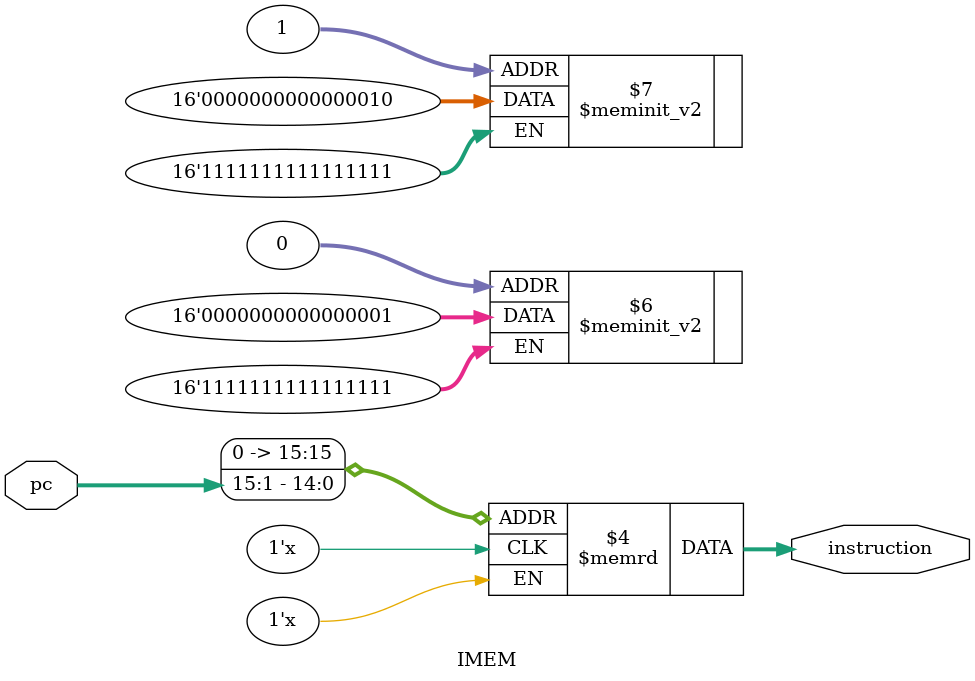
<source format=v>
`timescale 1ns / 1ps

module IMEM(
        input [15:0]pc,
        output reg [15:0]instruction // reg for procedral as simply output will not catch save the procedure
    );
    parameter Mem_size=256;//variable & scalable size memory
 
    reg [15:0] mem [0:Mem_size-1];// 256 instrution store memory each 16 bit
    
     initial begin
        // Example: Load some instructions
        mem[0] = 16'b0000000000000001; // Example instruction
        mem[1] = 16'b0000000000000010;
     end
    
//    initial begin
//     $readmemh("Instruction.hex",mem);//load from the hexadecimal file
//    end
    
    //The pc >> 1 ensures word-aligned access (divides by 2 since each instruction is 16 bits).
    always @(*) begin
         instruction = mem[pc >> 1];
    end
endmodule

</source>
